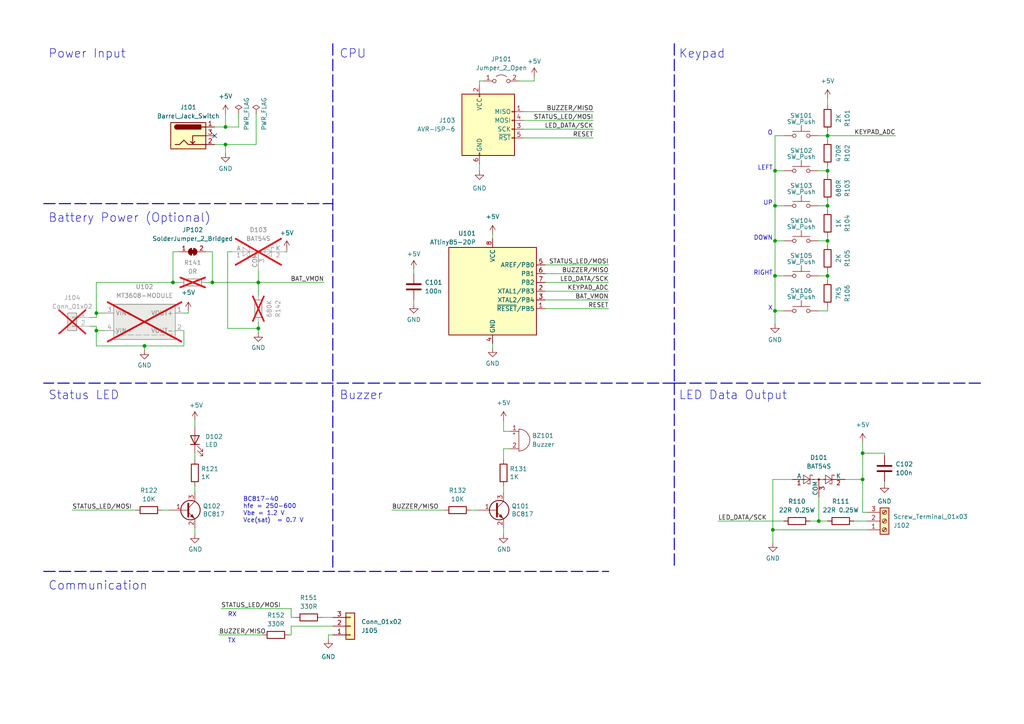
<source format=kicad_sch>
(kicad_sch (version 20230121) (generator eeschema)
  (paper "A4")
  (title_block (title "ATtiny85 LED Controller") (date "2024-01-01") (company "Stefan Misik") (comment 1 "www.stefanmisik.com"))
  (lib_symbols
    (symbol "Connector:AVR-ISP-6" (pin_names (offset 1.016))
      (property "Reference" "J" (at -6.35 11.43 0))
      (property "Value" "AVR-ISP-6" (at 0 11.43 0))
      (symbol "AVR-ISP-6_0_1"
        (rectangle (start -2.667 -6.858) (end -2.413 -7.62))
        (rectangle (start -2.667 10.16) (end -2.413 9.398))
        (rectangle (start 7.62 -2.413) (end 6.858 -2.667))
        (rectangle (start 7.62 0.127) (end 6.858 -0.127))
        (rectangle (start 7.62 2.667) (end 6.858 2.413))
        (rectangle (start 7.62 5.207) (end 6.858 4.953))
        (rectangle (start 7.62 10.16) (end -7.62 -7.62) (stroke (width 0.254)) (fill (type background)))
      )
      (symbol "AVR-ISP-6_1_1"
        (pin passive line (at 10.16 5.08 180) (length 2.54) (name "MISO") (number "1"))
        (pin passive line (at -2.54 12.7 270) (length 2.54) (name "VCC") (number "2"))
        (pin passive line (at 10.16 0 180) (length 2.54) (name "SCK") (number "3"))
        (pin passive line (at 10.16 2.54 180) (length 2.54) (name "MOSI") (number "4"))
        (pin passive line (at 10.16 -2.54 180) (length 2.54) (name "~{RST}") (number "5"))
        (pin passive line (at -2.54 -10.16 90) (length 2.54) (name "GND") (number "6"))
      )
    )
    (symbol "Connector:Barrel_Jack_Switch" (pin_names hide)
      (property "Reference" "J" (at 0 5.334 0))
      (property "Value" "Barrel_Jack_Switch" (at 0 -5.08 0))
      (symbol "Barrel_Jack_Switch_0_1"
        (rectangle (start -5.08 3.81) (end 5.08 -3.81) (stroke (width 0.254)) (fill (type background)))
        (arc (start -3.302 3.175) (mid -3.9343 2.54) (end -3.302 1.905) (stroke (width 0.254)))
        (arc (start -3.302 3.175) (mid -3.9343 2.54) (end -3.302 1.905) (stroke (width 0.254)) (fill (type outline)))
        (polyline (pts (xy 1.27 -2.286) (xy 1.905 -1.651)) (stroke (width 0.254)))
        (polyline (pts (xy 5.08 2.54) (xy 3.81 2.54)) (stroke (width 0.254)))
        (polyline (pts (xy 5.08 0) (xy 1.27 0) (xy 1.27 -2.286) (xy 0.635 -1.651)) (stroke (width 0.254)))
        (polyline (pts (xy -3.81 -2.54) (xy -2.54 -2.54) (xy -1.27 -1.27) (xy 0 -2.54) (xy 2.54 -2.54) (xy 5.08 -2.54)) (stroke (width 0.254)))
        (rectangle (start 3.683 3.175) (end -3.302 1.905) (stroke (width 0.254)) (fill (type outline)))
      )
      (symbol "Barrel_Jack_Switch_1_1"
        (pin passive line (at 7.62 2.54 180) (length 2.54) (name "~") (number "1"))
        (pin passive line (at 7.62 -2.54 180) (length 2.54) (name "~") (number "2"))
        (pin passive line (at 7.62 0 180) (length 2.54) (name "~") (number "3"))
      )
    )
    (symbol "Connector:Screw_Terminal_01x03" (pin_names (offset 1.016) hide)
      (property "Reference" "J" (at 0 5.08 0))
      (property "Value" "Screw_Terminal_01x03" (at 0 -5.08 0))
      (symbol "Screw_Terminal_01x03_1_1"
        (rectangle (start -1.27 3.81) (end 1.27 -3.81) (stroke (width 0.254)) (fill (type background)))
        (circle (center 0 -2.54) (radius 0.635) (stroke (width 0.1524)))
        (polyline (pts (xy -0.5334 -2.2098) (xy 0.3302 -3.048)) (stroke (width 0.1524)))
        (polyline (pts (xy -0.5334 0.3302) (xy 0.3302 -0.508)) (stroke (width 0.1524)))
        (polyline (pts (xy -0.5334 2.8702) (xy 0.3302 2.032)) (stroke (width 0.1524)))
        (polyline (pts (xy -0.3556 -2.032) (xy 0.508 -2.8702)) (stroke (width 0.1524)))
        (polyline (pts (xy -0.3556 0.508) (xy 0.508 -0.3302)) (stroke (width 0.1524)))
        (polyline (pts (xy -0.3556 3.048) (xy 0.508 2.2098)) (stroke (width 0.1524)))
        (circle (center 0 0) (radius 0.635) (stroke (width 0.1524)))
        (circle (center 0 2.54) (radius 0.635) (stroke (width 0.1524)))
        (pin passive line (at -5.08 2.54 0) (length 3.81) (name "Pin_1") (number "1"))
        (pin passive line (at -5.08 0 0) (length 3.81) (name "Pin_2") (number "2"))
        (pin passive line (at -5.08 -2.54 0) (length 3.81) (name "Pin_3") (number "3"))
      )
    )
    (symbol "Connector_Generic:Conn_01x02" (pin_names (offset 1.016) hide)
      (property "Reference" "J" (at 0 2.54 0))
      (property "Value" "Conn_01x02" (at 0 -5.08 0))
      (symbol "Conn_01x02_1_1"
        (rectangle (start -1.27 -2.413) (end 0 -2.667) (stroke (width 0.1524)))
        (rectangle (start -1.27 0.127) (end 0 -0.127) (stroke (width 0.1524)))
        (rectangle (start -1.27 1.27) (end 1.27 -3.81) (stroke (width 0.254)) (fill (type background)))
        (pin passive line (at -5.08 0 0) (length 3.81) (name "Pin_1") (number "1"))
        (pin passive line (at -5.08 -2.54 0) (length 3.81) (name "Pin_2") (number "2"))
      )
    )
    (symbol "Connector_Generic:Conn_01x03" (pin_names (offset 1.016) hide)
      (property "Reference" "J" (at 0 5.08 0))
      (property "Value" "Conn_01x03" (at 0 -5.08 0))
      (symbol "Conn_01x03_1_1"
        (rectangle (start -1.27 -2.413) (end 0 -2.667) (stroke (width 0.1524)))
        (rectangle (start -1.27 0.127) (end 0 -0.127) (stroke (width 0.1524)))
        (rectangle (start -1.27 2.667) (end 0 2.413) (stroke (width 0.1524)))
        (rectangle (start -1.27 3.81) (end 1.27 -3.81) (stroke (width 0.254)) (fill (type background)))
        (pin passive line (at -5.08 2.54 0) (length 3.81) (name "Pin_1") (number "1"))
        (pin passive line (at -5.08 0 0) (length 3.81) (name "Pin_2") (number "2"))
        (pin passive line (at -5.08 -2.54 0) (length 3.81) (name "Pin_3") (number "3"))
      )
    )
    (symbol "Device:Buzzer" (pin_names (offset 0.0254) hide)
      (property "Reference" "BZ" (at 3.81 1.27 0))
      (property "Value" "Buzzer" (at 3.81 -1.27 0))
      (symbol "Buzzer_0_1"
        (arc (start 0 -3.175) (mid 3.1612 0) (end 0 3.175))
        (polyline (pts (xy -1.651 1.905) (xy -1.143 1.905)))
        (polyline (pts (xy -1.397 2.159) (xy -1.397 1.651)))
        (polyline (pts (xy 0 3.175) (xy 0 -3.175)))
      )
      (symbol "Buzzer_1_1"
        (pin passive line (at -2.54 2.54 0) (length 2.54) (name "+") (number "1"))
        (pin passive line (at -2.54 -2.54 0) (length 2.54) (name "-") (number "2"))
      )
    )
    (symbol "Device:C" (pin_numbers hide) (pin_names (offset 0.254))
      (property "Reference" "C" (at 0.635 2.54 0))
      (property "Value" "C" (at 0.635 -2.54 0))
      (symbol "C_0_1"
        (polyline (pts (xy -2.032 -0.762) (xy 2.032 -0.762)) (stroke (width 0.508)))
        (polyline (pts (xy -2.032 0.762) (xy 2.032 0.762)) (stroke (width 0.508)))
      )
      (symbol "C_1_1"
        (pin passive line (at 0 3.81 270) (length 2.794) (name "~") (number "1"))
        (pin passive line (at 0 -3.81 90) (length 2.794) (name "~") (number "2"))
      )
    )
    (symbol "Device:LED" (pin_numbers hide) (pin_names (offset 1.016) hide)
      (property "Reference" "D" (at 0 2.54 0))
      (property "Value" "LED" (at 0 -2.54 0))
      (symbol "LED_0_1"
        (polyline (pts (xy -1.27 -1.27) (xy -1.27 1.27)) (stroke (width 0.254)))
        (polyline (pts (xy -1.27 0) (xy 1.27 0)))
        (polyline (pts (xy 1.27 -1.27) (xy 1.27 1.27) (xy -1.27 0) (xy 1.27 -1.27)) (stroke (width 0.254)))
        (polyline (pts (xy -3.048 -0.762) (xy -4.572 -2.286) (xy -3.81 -2.286) (xy -4.572 -2.286) (xy -4.572 -1.524)))
        (polyline (pts (xy -1.778 -0.762) (xy -3.302 -2.286) (xy -2.54 -2.286) (xy -3.302 -2.286) (xy -3.302 -1.524)))
      )
      (symbol "LED_1_1"
        (pin passive line (at -3.81 0 0) (length 2.54) (name "K") (number "1"))
        (pin passive line (at 3.81 0 180) (length 2.54) (name "A") (number "2"))
      )
    )
    (symbol "Device:Q_NPN_BEC" (pin_names (offset 0) hide)
      (property "Reference" "Q" (at 5.08 1.27 0))
      (property "Value" "Q_NPN_BEC" (at 5.08 -1.27 0))
      (symbol "Q_NPN_BEC_0_1"
        (polyline (pts (xy 0.635 0.635) (xy 2.54 2.54)))
        (polyline (pts (xy 0.635 -0.635) (xy 2.54 -2.54) (xy 2.54 -2.54)))
        (polyline (pts (xy 0.635 1.905) (xy 0.635 -1.905) (xy 0.635 -1.905)) (stroke (width 0.508)))
        (polyline (pts (xy 1.27 -1.778) (xy 1.778 -1.27) (xy 2.286 -2.286) (xy 1.27 -1.778) (xy 1.27 -1.778)) (fill (type outline)))
        (circle (center 1.27 0) (radius 2.8194) (stroke (width 0.254)))
      )
      (symbol "Q_NPN_BEC_1_1"
        (pin input line (at -5.08 0 0) (length 5.715) (name "B") (number "1"))
        (pin passive line (at 2.54 -5.08 90) (length 2.54) (name "E") (number "2"))
        (pin passive line (at 2.54 5.08 270) (length 2.54) (name "C") (number "3"))
      )
    )
    (symbol "Device:R" (pin_numbers hide) (pin_names (offset 0))
      (property "Reference" "R" (at 2.032 0 90))
      (property "Value" "R" (at 0 0 90))
      (symbol "R_0_1"
        (rectangle (start -1.016 -2.54) (end 1.016 2.54) (stroke (width 0.254)))
      )
      (symbol "R_1_1"
        (pin passive line (at 0 3.81 270) (length 1.27) (name "~") (number "1"))
        (pin passive line (at 0 -3.81 90) (length 1.27) (name "~") (number "2"))
      )
    )
    (symbol "Diode:BAT54S" (pin_names (offset 0))
      (property "Reference" "D" (at 2.54 -5.08 0))
      (property "Value" "BAT54S" (at -6.35 3.175 0))
      (symbol "BAT54S_0_1"
        (polyline (pts (xy -3.81 0) (xy -1.27 0)))
        (polyline (pts (xy -3.175 -1.27) (xy -3.175 -1.016)))
        (polyline (pts (xy -2.54 -1.27) (xy -3.175 -1.27)))
        (polyline (pts (xy -2.54 -1.27) (xy -2.54 1.27)))
        (polyline (pts (xy -2.54 1.27) (xy -1.905 1.27)))
        (polyline (pts (xy -1.905 0) (xy 1.905 0)))
        (polyline (pts (xy -1.905 1.27) (xy -1.905 1.016)))
        (polyline (pts (xy 1.27 0) (xy 3.81 0)))
        (polyline (pts (xy 3.175 -1.27) (xy 3.175 -1.016)))
        (polyline (pts (xy 3.81 -1.27) (xy 3.175 -1.27)))
        (polyline (pts (xy 3.81 -1.27) (xy 3.81 1.27)))
        (polyline (pts (xy 3.81 1.27) (xy 4.445 1.27)))
        (polyline (pts (xy 4.445 1.27) (xy 4.445 1.016)))
        (polyline (pts (xy -4.445 1.27) (xy -4.445 -1.27) (xy -2.54 0) (xy -4.445 1.27)))
        (polyline (pts (xy 1.905 1.27) (xy 1.905 -1.27) (xy 3.81 0) (xy 1.905 1.27)))
        (circle (center 0 0) (radius 0.254) (fill (type outline)))
      )
      (symbol "BAT54S_1_1"
        (pin passive line (at -7.62 0 0) (length 3.81) (name "A") (number "1"))
        (pin passive line (at 7.62 0 180) (length 3.81) (name "K") (number "2"))
        (pin passive line (at 0 -5.08 90) (length 5.08) (name "COM") (number "3"))
      )
    )
    (symbol "Jumper:Jumper_2_Open" (pin_names (offset 0) hide)
      (property "Reference" "JP" (at 0 2.794 0))
      (property "Value" "Jumper_2_Open" (at 0 -2.286 0))
      (symbol "Jumper_2_Open_0_0"
        (circle (center -2.032 0) (radius 0.508))
        (circle (center 2.032 0) (radius 0.508))
      )
      (symbol "Jumper_2_Open_0_1"
        (arc (start 1.524 1.27) (mid 0 1.778) (end -1.524 1.27))
      )
      (symbol "Jumper_2_Open_1_1"
        (pin passive line (at -5.08 0 0) (length 2.54) (name "A") (number "1"))
        (pin passive line (at 5.08 0 180) (length 2.54) (name "B") (number "2"))
      )
    )
    (symbol "Jumper:SolderJumper_2_Bridged" (pin_names (offset 0) hide)
      (property "Reference" "JP" (at 0 2.032 0))
      (property "Value" "SolderJumper_2_Bridged" (at 0 -2.54 0))
      (symbol "SolderJumper_2_Bridged_0_1"
        (rectangle (start -0.508 0.508) (end 0.508 -0.508) (fill (type outline)))
        (arc (start -0.254 1.016) (mid -1.2656 0) (end -0.254 -1.016))
        (arc (start -0.254 1.016) (mid -1.2656 0) (end -0.254 -1.016) (fill (type outline)))
        (polyline (pts (xy -0.254 1.016) (xy -0.254 -1.016)))
        (polyline (pts (xy 0.254 1.016) (xy 0.254 -1.016)))
        (arc (start 0.254 -1.016) (mid 1.2656 0) (end 0.254 1.016))
        (arc (start 0.254 -1.016) (mid 1.2656 0) (end 0.254 1.016) (fill (type outline)))
      )
      (symbol "SolderJumper_2_Bridged_1_1"
        (pin passive line (at -3.81 0 0) (length 2.54) (name "A") (number "1"))
        (pin passive line (at 3.81 0 180) (length 2.54) (name "B") (number "2"))
      )
    )
    (symbol "MCU_Microchip_ATtiny:ATtiny85-20P"
      (property "Reference" "U" (at -12.7 13.97 0))
      (property "Value" "ATtiny85-20P" (at 2.54 -13.97 0))
      (symbol "ATtiny85-20P_0_1"
        (rectangle (start -12.7 -12.7) (end 12.7 12.7) (stroke (width 0.254)) (fill (type background)))
      )
      (symbol "ATtiny85-20P_1_1"
        (pin bidirectional line (at 15.24 -5.08 180) (length 2.54) (name "~{RESET}/PB5") (number "1"))
        (pin bidirectional line (at 15.24 0 180) (length 2.54) (name "XTAL1/PB3") (number "2"))
        (pin bidirectional line (at 15.24 -2.54 180) (length 2.54) (name "XTAL2/PB4") (number "3"))
        (pin power_in line (at 0 -15.24 90) (length 2.54) (name "GND") (number "4"))
        (pin bidirectional line (at 15.24 7.62 180) (length 2.54) (name "AREF/PB0") (number "5"))
        (pin bidirectional line (at 15.24 5.08 180) (length 2.54) (name "PB1") (number "6"))
        (pin bidirectional line (at 15.24 2.54 180) (length 2.54) (name "PB2") (number "7"))
        (pin power_in line (at 0 15.24 270) (length 2.54) (name "VCC") (number "8"))
      )
    )
    (symbol "Switch:SW_Push" (pin_numbers hide) (pin_names (offset 1.016) hide)
      (property "Reference" "SW" (at 1.27 2.54 0))
      (property "Value" "SW_Push" (at 0 -1.524 0))
      (symbol "SW_Push_0_1"
        (circle (center -2.032 0) (radius 0.508))
        (polyline (pts (xy 0 1.27) (xy 0 3.048)))
        (polyline (pts (xy 2.54 1.27) (xy -2.54 1.27)))
        (circle (center 2.032 0) (radius 0.508))
        (pin passive line (at -5.08 0 0) (length 2.54) (name "1") (number "1"))
        (pin passive line (at 5.08 0 180) (length 2.54) (name "2") (number "2"))
      )
    )
    (symbol "power:+5V" (power) (pin_names (offset 0))
      (property "Value" "+5V" (at 0 3.556 0))
      (symbol "+5V_0_1"
        (polyline (pts (xy -0.762 1.27) (xy 0 2.54)))
        (polyline (pts (xy 0 0) (xy 0 2.54)))
        (polyline (pts (xy 0 2.54) (xy 0.762 1.27)))
      )
      (symbol "+5V_1_1"
        (pin power_in line (at 0 0 90) (length 0) hide (name "+5V") (number "1"))
      )
    )
    (symbol "power:GND" (power) (pin_names (offset 0))
      (property "Value" "GND" (at 0 -3.81 0))
      (symbol "GND_0_1"
        (polyline (pts (xy 0 0) (xy 0 -1.27) (xy 1.27 -1.27) (xy 0 -2.54) (xy -1.27 -1.27) (xy 0 -1.27)))
      )
      (symbol "GND_1_1"
        (pin power_in line (at 0 0 270) (length 0) hide (name "GND") (number "1"))
      )
    )
    (symbol "power:PWR_FLAG" (power) (pin_numbers hide) (pin_names (offset 0) hide)
      (property "Value" "PWR_FLAG" (at 0 3.81 0))
      (symbol "PWR_FLAG_0_0"
        (pin power_out line (at 0 0 90) (length 0) (name "pwr") (number "1"))
      )
      (symbol "PWR_FLAG_0_1"
        (polyline (pts (xy 0 0) (xy 0 1.27) (xy -1.016 1.905) (xy 0 2.54) (xy 1.016 1.905) (xy 0 1.27)))
      )
    )
    (symbol "project-specific:mt3608-module"
      (property "Reference" "U" (at -3.81 2.54 0))
      (property "Value" "MT3608-MODULE" (at 0 0 0))
      (symbol "mt3608-module_0_1"
        (rectangle (start -8.89 -1.27) (end 8.89 -11.43) (stroke (width 0.254)) (fill (type background)))
      )
      (symbol "mt3608-module_1_1"
        (polyline (pts (xy 8.89 -8.89) (xy 7.62 -10.16) (xy -7.62 -10.16) (xy -8.89 -8.89)) (stroke (width 0) (type dash)))
        (pin passive line (at -11.43 -3.81 0) (length 2.54) (name "VOUT+") (number "1"))
        (pin passive line (at -11.43 -8.89 0) (length 2.54) (name "VOUT-") (number "2"))
        (pin passive line (at 11.43 -3.81 180) (length 2.54) (name "VIN+") (number "3"))
        (pin passive line (at 11.43 -8.89 180) (length 2.54) (name "VIN-") (number "4"))
      )
    )
  )
  (junction (at 61.595 81.915))
  (junction (at 237.49 151.13))
  (junction (at 41.91 100.33))
  (junction (at 27.94 90.805))
  (junction (at 74.93 81.915))
  (junction (at 74.93 95.25))
  (junction (at 224.79 59.69))
  (junction (at 27.94 95.885))
  (junction (at 240.03 80.01))
  (junction (at 65.405 41.91))
  (junction (at 224.79 90.17))
  (junction (at 240.03 69.85))
  (junction (at 250.19 131.445))
  (junction (at 240.03 59.69))
  (junction (at 224.155 153.67))
  (junction (at 224.79 69.85))
  (junction (at 65.405 36.83))
  (junction (at 224.79 49.53))
  (junction (at 240.03 39.37))
  (junction (at 224.79 80.01))
  (junction (at 240.03 49.53))
  (junction (at 50.165 81.915))
  (junction (at 250.19 139.065))
  (no_connect (at 62.23 39.37))
  (wire (pts (xy 146.05 142.875) (xy 146.05 140.97)))
  (wire (pts (xy 53.34 90.805) (xy 54.61 90.805)))
  (wire (pts (xy 27.94 81.915) (xy 50.165 81.915)))
  (wire (pts (xy 245.11 139.065) (xy 250.19 139.065)))
  (wire (pts (xy 234.95 151.13) (xy 237.49 151.13)))
  (wire (pts (xy 224.79 59.69) (xy 224.79 69.85)))
  (wire (pts (xy 224.155 153.67) (xy 224.155 139.065)))
  (wire (pts (xy 113.665 147.955) (xy 128.905 147.955)))
  (wire (pts (xy 84.455 184.15) (xy 84.455 181.61)))
  (wire (pts (xy 142.875 67.945) (xy 142.875 69.215)))
  (wire (pts (xy 154.94 23.495) (xy 150.495 23.495)))
  (wire (pts (xy 224.79 49.53) (xy 227.33 49.53)))
  (wire (pts (xy 237.49 151.13) (xy 240.03 151.13)))
  (wire (pts (xy 65.405 36.83) (xy 69.215 36.83)))
  (wire (pts (xy 224.155 157.48) (xy 224.155 153.67)))
  (wire (pts (xy 56.515 131.445) (xy 56.515 133.35)))
  (wire (pts (xy 176.53 84.455) (xy 158.115 84.455)))
  (wire (pts (xy 65.405 41.91) (xy 62.23 41.91)))
  (wire (pts (xy 50.165 81.915) (xy 52.07 81.915)))
  (wire (pts (xy 240.03 71.12) (xy 240.03 69.85)))
  (wire (pts (xy 95.25 184.15) (xy 96.52 184.15)))
  (wire (pts (xy 240.03 90.17) (xy 240.03 88.9)))
  (wire (pts (xy 74.93 81.915) (xy 93.98 81.915)))
  (wire (pts (xy 27.94 100.33) (xy 41.91 100.33)))
  (wire (pts (xy 41.91 101.6) (xy 41.91 100.33)))
  (wire (pts (xy 66.04 73.025) (xy 66.04 95.25)))
  (wire (pts (xy 176.53 86.995) (xy 158.115 86.995)))
  (wire (pts (xy 237.49 144.145) (xy 237.49 151.13)))
  (wire (pts (xy 27.94 92.075) (xy 27.94 90.805)))
  (wire (pts (xy 59.69 81.915) (xy 61.595 81.915)))
  (wire (pts (xy 240.03 78.74) (xy 240.03 80.01)))
  (wire (pts (xy 247.65 151.13) (xy 251.46 151.13)))
  (wire (pts (xy 146.05 121.92) (xy 146.05 125.095)))
  (wire (pts (xy 172.085 34.925) (xy 151.765 34.925)))
  (wire (pts (xy 142.875 99.695) (xy 142.875 100.965)))
  (wire (pts (xy 27.94 94.615) (xy 27.94 95.885)))
  (wire (pts (xy 53.34 100.33) (xy 53.34 95.885)))
  (wire (pts (xy 240.03 39.37) (xy 259.715 39.37)))
  (wire (pts (xy 93.345 179.07) (xy 96.52 179.07)))
  (wire (pts (xy 172.085 32.385) (xy 151.765 32.385)))
  (wire (pts (xy 237.49 39.37) (xy 240.03 39.37)))
  (polyline (pts (xy 96.52 12.7) (xy 96.52 165.735)) (stroke (width 0.3) (type dash)))
  (wire (pts (xy 250.19 148.59) (xy 251.46 148.59)))
  (wire (pts (xy 74.93 81.915) (xy 74.93 85.725)))
  (wire (pts (xy 56.515 121.92) (xy 56.515 123.825)))
  (wire (pts (xy 240.03 49.53) (xy 240.03 50.8)))
  (wire (pts (xy 240.03 69.85) (xy 240.03 68.58)))
  (wire (pts (xy 176.53 76.835) (xy 158.115 76.835)))
  (wire (pts (xy 83.185 72.39) (xy 83.185 73.025)))
  (wire (pts (xy 224.155 139.065) (xy 229.87 139.065)))
  (wire (pts (xy 61.595 73.025) (xy 61.595 81.915)))
  (wire (pts (xy 54.61 90.805) (xy 54.61 90.17)))
  (wire (pts (xy 64.135 176.53) (xy 84.455 176.53)))
  (polyline (pts (xy 195.58 12.7) (xy 195.58 111.125)) (stroke (width 0.3) (type dash)))
  (wire (pts (xy 250.19 139.065) (xy 250.19 148.59)))
  (wire (pts (xy 240.03 58.42) (xy 240.03 59.69)))
  (wire (pts (xy 158.115 89.535) (xy 176.53 89.535)))
  (wire (pts (xy 50.165 73.025) (xy 50.165 81.915)))
  (wire (pts (xy 240.03 48.26) (xy 240.03 49.53)))
  (wire (pts (xy 20.955 147.955) (xy 39.37 147.955)))
  (wire (pts (xy 27.94 90.805) (xy 27.94 81.915)))
  (wire (pts (xy 84.455 181.61) (xy 96.52 181.61)))
  (wire (pts (xy 66.04 73.025) (xy 67.31 73.025)))
  (wire (pts (xy 240.03 40.64) (xy 240.03 39.37)))
  (wire (pts (xy 250.19 128.27) (xy 250.19 131.445)))
  (wire (pts (xy 27.94 94.615) (xy 26.035 94.615)))
  (wire (pts (xy 27.94 95.885) (xy 30.48 95.885)))
  (wire (pts (xy 56.515 153.035) (xy 56.515 154.94)))
  (wire (pts (xy 256.54 140.335) (xy 256.54 139.7)))
  (wire (pts (xy 240.03 28.575) (xy 240.03 30.48)))
  (wire (pts (xy 224.79 80.01) (xy 227.33 80.01)))
  (wire (pts (xy 224.79 49.53) (xy 224.79 59.69)))
  (wire (pts (xy 65.405 36.83) (xy 65.405 33.02)))
  (wire (pts (xy 256.54 131.445) (xy 250.19 131.445)))
  (polyline (pts (xy 12.7 59.055) (xy 96.52 59.055)) (stroke (width 0.3) (type dash)))
  (wire (pts (xy 83.82 184.15) (xy 84.455 184.15)))
  (wire (pts (xy 66.04 95.25) (xy 74.93 95.25)))
  (wire (pts (xy 65.405 44.45) (xy 65.405 41.91)))
  (wire (pts (xy 237.49 90.17) (xy 240.03 90.17)))
  (wire (pts (xy 74.93 93.345) (xy 74.93 95.25)))
  (wire (pts (xy 172.085 40.005) (xy 151.765 40.005)))
  (wire (pts (xy 63.5 184.15) (xy 76.2 184.15)))
  (wire (pts (xy 256.54 132.08) (xy 256.54 131.445)))
  (wire (pts (xy 74.93 95.25) (xy 74.93 96.52)))
  (wire (pts (xy 84.455 179.07) (xy 84.455 176.53)))
  (wire (pts (xy 62.23 36.83) (xy 65.405 36.83)))
  (wire (pts (xy 140.335 23.495) (xy 139.065 23.495)))
  (wire (pts (xy 237.49 69.85) (xy 240.03 69.85)))
  (wire (pts (xy 208.28 151.13) (xy 227.33 151.13)))
  (wire (pts (xy 27.94 90.805) (xy 30.48 90.805)))
  (wire (pts (xy 120.015 78.105) (xy 120.015 79.375)))
  (wire (pts (xy 41.91 100.33) (xy 53.34 100.33)))
  (wire (pts (xy 224.79 93.98) (xy 224.79 90.17)))
  (wire (pts (xy 146.05 153.035) (xy 146.05 154.94)))
  (wire (pts (xy 56.515 142.875) (xy 56.515 140.97)))
  (wire (pts (xy 224.79 69.85) (xy 224.79 80.01)))
  (wire (pts (xy 240.03 38.1) (xy 240.03 39.37)))
  (wire (pts (xy 26.035 92.075) (xy 27.94 92.075)))
  (wire (pts (xy 46.99 147.955) (xy 48.895 147.955)))
  (wire (pts (xy 52.07 73.025) (xy 50.165 73.025)))
  (polyline (pts (xy 195.58 111.125) (xy 12.7 111.125)) (stroke (width 0.3) (type dash)))
  (wire (pts (xy 95.25 185.42) (xy 95.25 184.15)))
  (wire (pts (xy 237.49 59.69) (xy 240.03 59.69)))
  (wire (pts (xy 176.53 79.375) (xy 158.115 79.375)))
  (wire (pts (xy 69.215 36.83) (xy 69.215 33.02)))
  (wire (pts (xy 224.155 153.67) (xy 251.46 153.67)))
  (wire (pts (xy 27.94 95.885) (xy 27.94 100.33)))
  (wire (pts (xy 74.93 81.915) (xy 74.93 78.105)))
  (wire (pts (xy 224.79 69.85) (xy 227.33 69.85)))
  (wire (pts (xy 154.94 22.225) (xy 154.94 23.495)))
  (wire (pts (xy 74.295 33.02) (xy 74.295 41.91)))
  (polyline (pts (xy 195.58 111.125) (xy 195.58 165.1)) (stroke (width 0.3) (type dash)))
  (wire (pts (xy 61.595 81.915) (xy 74.93 81.915)))
  (wire (pts (xy 224.79 39.37) (xy 224.79 49.53)))
  (wire (pts (xy 224.79 39.37) (xy 227.33 39.37)))
  (wire (pts (xy 237.49 49.53) (xy 240.03 49.53)))
  (wire (pts (xy 139.065 47.625) (xy 139.065 49.53)))
  (wire (pts (xy 83.185 73.025) (xy 82.55 73.025)))
  (wire (pts (xy 224.79 59.69) (xy 227.33 59.69)))
  (wire (pts (xy 224.79 80.01) (xy 224.79 90.17)))
  (wire (pts (xy 237.49 80.01) (xy 240.03 80.01)))
  (wire (pts (xy 59.69 73.025) (xy 61.595 73.025)))
  (wire (pts (xy 240.03 81.28) (xy 240.03 80.01)))
  (wire (pts (xy 120.015 88.265) (xy 120.015 86.995)))
  (wire (pts (xy 146.05 125.095) (xy 147.955 125.095)))
  (polyline (pts (xy 12.7 165.735) (xy 176.53 165.735)) (stroke (width 0.3) (type dash)))
  (wire (pts (xy 136.525 147.955) (xy 138.43 147.955)))
  (wire (pts (xy 224.79 90.17) (xy 227.33 90.17)))
  (wire (pts (xy 172.085 37.465) (xy 151.765 37.465)))
  (wire (pts (xy 85.725 179.07) (xy 84.455 179.07)))
  (wire (pts (xy 240.03 59.69) (xy 240.03 60.96)))
  (wire (pts (xy 146.05 130.175) (xy 147.955 130.175)))
  (wire (pts (xy 146.05 133.35) (xy 146.05 130.175)))
  (wire (pts (xy 176.53 81.915) (xy 158.115 81.915)))
  (wire (pts (xy 139.065 23.495) (xy 139.065 24.765)))
  (wire (pts (xy 250.19 131.445) (xy 250.19 139.065)))
  (wire (pts (xy 74.295 41.91) (xy 65.405 41.91)))
  (polyline (pts (xy 195.58 111.125) (xy 284.48 111.125)) (stroke (width 0.3) (type dash)))
  (text "CPU" (at 98.425 17.145 0) (effects (font (size 2.5 2.5)) (justify left bottom)))
  (text "LED Data Output" (at 196.85 116.205 0) (effects (font (size 2.5 2.5)) (justify left bottom)))
  (text "RIGHT" (at 224.155 80.01 0) (effects (font (size 1.27 1.27)) (justify right bottom)))
  (text "Battery Power (Optional)" (at 13.97 64.77 0) (effects (font (size 2.5 2.5)) (justify left bottom)))
  (text "X" (at 224.155 90.17 0) (effects (font (size 1.27 1.27)) (justify right bottom)))
  (text "LEFT" (at 224.155 49.53 0) (effects (font (size 1.27 1.27)) (justify right bottom)))
  (text "UP" (at 224.155 59.69 0) (effects (font (size 1.27 1.27)) (justify right bottom)))
  (text "RX" (at 66.04 179.07 0) (effects (font (size 1.27 1.27)) (justify left bottom)))
  (text "Keypad" (at 196.85 17.145 0) (effects (font (size 2.5 2.5)) (justify left bottom)))
  (text "O" (at 224.155 39.37 0) (effects (font (size 1.27 1.27)) (justify right bottom)))
  (text "BC817-40\nhfe = 250-600\nVbe = 1.2 V\nVce(sat)  = 0.7 V" (at 70.485 151.765 0) (effects (font (size 1.27 1.27)) (justify left bottom)))
  (text "TX" (at 66.04 186.69 0) (effects (font (size 1.27 1.27)) (justify left bottom)))
  (text "DOWN" (at 224.155 69.85 0) (effects (font (size 1.27 1.27)) (justify right bottom)))
  (text "Buzzer" (at 98.425 116.205 0) (effects (font (size 2.5 2.5)) (justify left bottom)))
  (text "Status LED" (at 13.97 116.205 0) (effects (font (size 2.5 2.5)) (justify left bottom)))
  (text "Communication" (at 13.97 171.45 0) (effects (font (size 2.5 2.5)) (justify left bottom)))
  (text "Power Input" (at 13.97 17.145 0) (effects (font (size 2.5 2.5)) (justify left bottom)))
  (label "LED_DATA{slash}SCK" (at 208.28 151.13 0))
  (label "BUZZER{slash}MISO" (at 172.085 32.385 180))
  (label "LED_DATA{slash}SCK" (at 172.085 37.465 180))
  (label "BUZZER{slash}MISO" (at 63.5 184.15 0))
  (label "BAT_VMON" (at 176.53 86.995 180))
  (label "RESET" (at 176.53 89.535 180))
  (label "STATUS_LED{slash}MOSI" (at 172.085 34.925 180))
  (label "BUZZER{slash}MISO" (at 176.53 79.375 180))
  (label "BUZZER{slash}MISO" (at 113.665 147.955 0))
  (label "RESET" (at 172.085 40.005 180))
  (label "KEYPAD_ADC" (at 259.715 39.37 180))
  (label "STATUS_LED{slash}MOSI" (at 64.135 176.53 0))
  (label "KEYPAD_ADC" (at 176.53 84.455 180))
  (label "STATUS_LED{slash}MOSI" (at 20.955 147.955 0))
  (label "BAT_VMON" (at 93.98 81.915 180))
  (label "STATUS_LED{slash}MOSI" (at 176.53 76.835 180))
  (label "LED_DATA{slash}SCK" (at 176.53 81.915 180))
  (symbol (lib_id "power:+5V") (at 54.61 90.17 0) (unit 1)
    (property "Reference" "#PWR0119" (effects hide))
    (property "Value" "+5V" (at 54.61 84.836 0))
  )
  (symbol (lib_id "Jumper:SolderJumper_2_Bridged") (at 55.88 73.025 0) (unit 1)
    (property "Reference" "JP102" (at 55.88 66.675 0))
    (property "Value" "SolderJumper_2_Bridged" (at 55.88 69.215 0))
    (property "Footprint" "Jumper:SolderJumper-2_P1.3mm_Bridged_RoundedPad1.0x1.5mm" (effects hide))
  )
  (symbol (lib_id "Connector:Screw_Terminal_01x03") (at 256.54 151.13 0) (mirror x) (unit 1)
    (property "Reference" "J102" (at 259.08 152.4 0) (effects (justify left)))
    (property "Value" "Screw_Terminal_01x03" (at 259.08 149.86 0) (effects (justify left)))
    (property "Footprint" "TerminalBlock_Phoenix:TerminalBlock_Phoenix_MKDS-1,5-3_1x03_P5.00mm_Horizontal" (effects hide))
  )
  (symbol (lib_id "Switch:SW_Push") (at 232.41 39.37 0) (unit 1)
    (property "Reference" "SW101" (at 232.41 33.528 0))
    (property "Value" "SW_Push" (at 232.41 35.306 0))
    (property "Footprint" "Button_Switch_THT:SW_PUSH_6mm" (effects hide))
  )
  (symbol (lib_id "Device:C") (at 256.54 135.89 0) (unit 1)
    (property "Reference" "C102" (at 259.715 134.62 0) (effects (justify left)))
    (property "Value" "100n" (at 259.715 137.16 0) (effects (justify left)))
    (property "Footprint" "Capacitor_SMD:C_0805_2012Metric_Pad1.18x1.45mm_HandSolder" (effects hide))
  )
  (symbol (lib_id "Device:R") (at 240.03 74.93 0) (unit 1)
    (property "Reference" "R105" (at 245.745 74.93 90))
    (property "Value" "2K" (at 243.205 74.93 90))
    (property "Footprint" "Resistor_SMD:R_0805_2012Metric_Pad1.20x1.40mm_HandSolder" (effects hide))
  )
  (symbol (lib_id "Device:R") (at 55.88 81.915 90) (unit 1) (dnp yes)
    (property "Reference" "R141" (at 55.88 76.2 90))
    (property "Value" "0R" (at 55.88 78.74 90))
    (property "Footprint" "Resistor_SMD:R_0805_2012Metric_Pad1.20x1.40mm_HandSolder" (effects hide))
  )
  (symbol (lib_id "Device:R") (at 43.18 147.955 90) (unit 1)
    (property "Reference" "R122" (at 43.18 142.24 90))
    (property "Value" "10K" (at 43.18 144.78 90))
    (property "Footprint" "Resistor_SMD:R_0805_2012Metric_Pad1.20x1.40mm_HandSolder" (effects hide))
  )
  (symbol (lib_id "Device:R") (at 243.84 151.13 90) (unit 1)
    (property "Reference" "R111" (at 243.84 145.415 90))
    (property "Value" "22R 0.25W" (at 243.84 147.955 90))
    (property "Footprint" "Resistor_SMD:R_1206_3216Metric_Pad1.30x1.75mm_HandSolder" (effects hide))
  )
  (symbol (lib_id "Device:Q_NPN_BEC") (at 143.51 147.955 0) (unit 1)
    (property "Reference" "Q101" (at 148.3614 146.7866 0) (effects (justify left)))
    (property "Value" "BC817" (at 148.3614 149.098 0) (effects (justify left)))
    (property "Footprint" "Package_TO_SOT_SMD:SOT-23_Handsoldering" (effects hide))
  )
  (symbol (lib_id "Device:R") (at 231.14 151.13 90) (unit 1)
    (property "Reference" "R110" (at 231.14 145.415 90))
    (property "Value" "22R 0.25W" (at 231.14 147.955 90))
    (property "Footprint" "Resistor_SMD:R_1206_3216Metric_Pad1.30x1.75mm_HandSolder" (effects hide))
  )
  (symbol (lib_id "Device:R") (at 89.535 179.07 90) (unit 1)
    (property "Reference" "R151" (at 89.535 173.355 90))
    (property "Value" "330R" (at 89.535 175.895 90))
    (property "Footprint" "Resistor_SMD:R_0805_2012Metric_Pad1.20x1.40mm_HandSolder" (effects hide))
  )
  (symbol (lib_id "Switch:SW_Push") (at 232.41 49.53 0) (unit 1)
    (property "Reference" "SW102" (at 232.41 43.688 0))
    (property "Value" "SW_Push" (at 232.41 45.466 0))
    (property "Footprint" "Button_Switch_THT:SW_PUSH_6mm" (effects hide))
  )
  (symbol (lib_id "power:+5V") (at 120.015 78.105 0) (unit 1)
    (property "Reference" "#PWR0110" (effects hide))
    (property "Value" "+5V" (at 120.015 73.66 0))
  )
  (symbol (lib_id "Device:R") (at 74.93 89.535 0) (unit 1) (dnp yes)
    (property "Reference" "R142" (at 80.645 89.535 90))
    (property "Value" "680K" (at 78.105 89.535 90))
    (property "Footprint" "Resistor_SMD:R_0805_2012Metric_Pad1.20x1.40mm_HandSolder" (effects hide))
  )
  (symbol (lib_id "Jumper:Jumper_2_Open") (at 145.415 23.495 0) (unit 1)
    (property "Reference" "JP101" (at 145.415 17.145 0))
    (property "Value" "Jumper_2_Open" (at 145.415 19.685 0))
    (property "Footprint" "Connector_PinHeader_2.54mm:PinHeader_1x02_P2.54mm_Vertical" (effects hide))
  )
  (symbol (lib_id "power:GND") (at 41.91 101.6 0) (unit 1)
    (property "Reference" "#PWR0118" (effects hide))
    (property "Value" "GND" (at 41.91 105.918 0))
  )
  (symbol (lib_id "Device:LED") (at 56.515 127.635 90) (unit 1)
    (property "Reference" "D102" (at 59.5122 126.6444 90) (effects (justify right)))
    (property "Value" "LED" (at 59.5122 128.9558 90) (effects (justify right)))
    (property "Footprint" "LED_SMD:LED_0805_2012Metric_Pad1.15x1.40mm_HandSolder" (effects hide))
  )
  (symbol (lib_id "Switch:SW_Push") (at 232.41 90.17 0) (unit 1)
    (property "Reference" "SW106" (at 232.41 84.328 0))
    (property "Value" "SW_Push" (at 232.41 86.106 0))
    (property "Footprint" "Button_Switch_THT:SW_PUSH_6mm" (effects hide))
  )
  (symbol (lib_id "Diode:BAT54S") (at 74.93 73.025 0) (unit 1) (dnp yes)
    (property "Reference" "D103" (at 74.93 66.675 0))
    (property "Value" "BAT54S" (at 74.93 69.215 0))
    (property "Footprint" "Package_TO_SOT_SMD:SOT-23" (effects hide))
    (property "Datasheet" "https://www.diodes.com/assets/Datasheets/ds11005.pdf" (effects hide))
  )
  (symbol (lib_id "power:GND") (at 74.93 96.52 0) (unit 1)
    (property "Reference" "#PWR0122" (effects hide))
    (property "Value" "GND" (at 74.93 100.838 0))
  )
  (symbol (lib_id "Device:R") (at 146.05 137.16 0) (unit 1)
    (property "Reference" "R131" (at 147.828 135.9916 0) (effects (justify left)))
    (property "Value" "1K" (at 147.828 138.303 0) (effects (justify left)))
    (property "Footprint" "Resistor_SMD:R_0805_2012Metric_Pad1.20x1.40mm_HandSolder" (effects hide))
  )
  (symbol (lib_id "Diode:BAT54S") (at 237.49 139.065 0) (unit 1)
    (property "Reference" "D101" (at 237.49 132.715 0))
    (property "Value" "BAT54S" (at 237.49 135.255 0))
    (property "Footprint" "Package_TO_SOT_SMD:SOT-23" (effects hide))
    (property "Datasheet" "https://www.diodes.com/assets/Datasheets/ds11005.pdf" (effects hide))
  )
  (symbol (lib_id "power:GND") (at 224.155 157.48 0) (unit 1)
    (property "Reference" "#PWR0108" (effects hide))
    (property "Value" "GND" (at 224.155 161.925 0))
  )
  (symbol (lib_id "Device:R") (at 132.715 147.955 90) (unit 1)
    (property "Reference" "R132" (at 132.715 142.24 90))
    (property "Value" "10K" (at 132.715 144.78 90))
    (property "Footprint" "Resistor_SMD:R_0805_2012Metric_Pad1.20x1.40mm_HandSolder" (effects hide))
  )
  (symbol (lib_id "MCU_Microchip_ATtiny:ATtiny85-20P") (at 142.875 84.455 0) (unit 1)
    (property "Reference" "U101" (at 138.049 67.691 0) (effects (justify right)))
    (property "Value" "ATtiny85-20P" (at 138.049 70.231 0) (effects (justify right)))
    (property "Footprint" "Package_DIP:DIP-8_W7.62mm" (effects hide))
    (property "Datasheet" "http://ww1.microchip.com/downloads/en/DeviceDoc/atmel-2586-avr-8-bit-microcontroller-attiny25-attiny45-attiny85_datasheet.pdf" (effects hide))
  )
  (symbol (lib_id "power:+5V") (at 83.185 72.39 0) (unit 1)
    (property "Reference" "#PWR0120" (effects hide))
    (property "Value" "+5V" (at 83.185 67.564 0))
  )
  (symbol (lib_id "Device:R") (at 240.03 85.09 0) (unit 1)
    (property "Reference" "R106" (at 245.745 85.09 90))
    (property "Value" "7K5" (at 243.205 85.09 90))
    (property "Footprint" "Resistor_SMD:R_0805_2012Metric_Pad1.20x1.40mm_HandSolder" (effects hide))
  )
  (symbol (lib_id "Connector_Generic:Conn_01x03") (at 101.6 181.61 0) (mirror x) (unit 1)
    (property "Reference" "J105" (at 104.775 182.88 0) (effects (justify left)))
    (property "Value" "Conn_01x02" (at 104.775 180.34 0) (effects (justify left)))
    (property "Footprint" "Connector_PinHeader_2.54mm:PinHeader_1x03_P2.54mm_Vertical" (effects hide))
  )
  (symbol (lib_id "power:GND") (at 224.79 93.98 0) (unit 1)
    (property "Reference" "#PWR0117" (effects hide))
    (property "Value" "GND" (at 224.79 98.552 0))
  )
  (symbol (lib_id "Connector:AVR-ISP-6") (at 141.605 37.465 0) (unit 1)
    (property "Reference" "J103" (at 132.08 34.925 0) (effects (justify right)))
    (property "Value" "AVR-ISP-6" (at 132.08 37.465 0) (effects (justify right)))
    (property "Footprint" "Connector_IDC:IDC-Header_2x03_P2.54mm_Vertical" (effects hide))
    (property "Datasheet" " ~" (effects hide))
  )
  (symbol (lib_id "power:+5V") (at 250.19 128.27 0) (unit 1)
    (property "Reference" "#PWR0107" (effects hide))
    (property "Value" "+5V" (at 250.19 123.19 0))
  )
  (symbol (lib_id "power:+5V") (at 142.875 67.945 0) (unit 1)
    (property "Reference" "#PWR0105" (effects hide))
    (property "Value" "+5V" (at 142.875 62.865 0))
  )
  (symbol (lib_id "power:+5V") (at 56.515 121.92 0) (unit 1)
    (property "Reference" "#PWR0114" (effects hide))
    (property "Value" "+5V" (at 56.896 117.5258 0))
  )
  (symbol (lib_id "power:+5V") (at 146.05 121.92 0) (unit 1)
    (property "Reference" "#PWR0113" (effects hide))
    (property "Value" "+5V" (at 146.05 116.84 0))
  )
  (symbol (lib_id "Switch:SW_Push") (at 232.41 69.85 0) (unit 1)
    (property "Reference" "SW104" (at 232.41 64.008 0))
    (property "Value" "SW_Push" (at 232.41 65.786 0))
    (property "Footprint" "Button_Switch_THT:SW_PUSH_6mm" (effects hide))
  )
  (symbol (lib_id "Switch:SW_Push") (at 232.41 80.01 0) (unit 1)
    (property "Reference" "SW105" (at 232.41 74.168 0))
    (property "Value" "SW_Push" (at 232.41 75.946 0))
    (property "Footprint" "Button_Switch_THT:SW_PUSH_6mm" (effects hide))
  )
  (symbol (lib_id "power:+5V") (at 240.03 28.575 0) (unit 1)
    (property "Reference" "#PWR0116" (effects hide))
    (property "Value" "+5V" (at 240.03 23.495 0))
  )
  (symbol (lib_id "Device:R") (at 240.03 54.61 0) (unit 1)
    (property "Reference" "R103" (at 245.745 54.61 90))
    (property "Value" "680R" (at 243.205 54.61 90))
    (property "Footprint" "Resistor_SMD:R_0805_2012Metric_Pad1.20x1.40mm_HandSolder" (effects hide))
  )
  (symbol (lib_id "power:PWR_FLAG") (at 74.295 33.02 0) (unit 1)
    (property "Reference" "#FLG0102" (effects hide))
    (property "Value" "PWR_FLAG" (at 76.581 33.02 90))
  )
  (symbol (lib_id "Device:Buzzer") (at 150.495 127.635 0) (unit 1)
    (property "Reference" "BZ101" (at 154.305 126.365 0) (effects (justify left)))
    (property "Value" "Buzzer" (at 154.305 128.905 0) (effects (justify left)))
    (property "Footprint" "Buzzer_Beeper:Buzzer_12x9.5RM7.6" (effects hide))
  )
  (symbol (lib_id "Device:R") (at 240.03 44.45 0) (unit 1)
    (property "Reference" "R102" (at 245.745 44.45 90))
    (property "Value" "470R" (at 243.205 44.45 90))
    (property "Footprint" "Resistor_SMD:R_0805_2012Metric_Pad1.20x1.40mm_HandSolder" (effects hide))
  )
  (symbol (lib_id "Connector_Generic:Conn_01x02") (at 20.955 92.075 0) (mirror y) (unit 1) (dnp yes)
    (property "Reference" "J104" (at 20.955 86.36 0))
    (property "Value" "Conn_01x02" (at 20.955 88.9 0))
    (property "Footprint" "Connector_JST:JST_PH_B2B-PH-K_1x02_P2.00mm_Vertical" (effects hide))
  )
  (symbol (lib_id "power:+5V") (at 154.94 22.225 0) (unit 1)
    (property "Reference" "#PWR0104" (effects hide))
    (property "Value" "+5V" (at 154.94 17.78 0))
  )
  (symbol (lib_id "power:GND") (at 95.25 185.42 0) (unit 1)
    (property "Reference" "#PWR0121" (effects hide))
    (property "Value" "GND" (at 95.25 190.5 0))
  )
  (symbol (lib_id "Device:R") (at 80.01 184.15 90) (unit 1)
    (property "Reference" "R152" (at 80.01 178.435 90))
    (property "Value" "330R" (at 80.01 180.975 90))
    (property "Footprint" "Resistor_SMD:R_0805_2012Metric_Pad1.20x1.40mm_HandSolder" (effects hide))
  )
  (symbol (lib_id "Connector:Barrel_Jack_Switch") (at 54.61 39.37 0) (unit 1)
    (property "Reference" "J101" (at 54.61 31.115 0))
    (property "Value" "Barrel_Jack_Switch" (at 54.61 33.655 0))
    (property "Footprint" "Connector_BarrelJack:BarrelJack_GCT_DCJ200-10-A_Horizontal" (effects hide))
  )
  (symbol (lib_id "power:+5V") (at 65.405 33.02 0) (unit 1)
    (property "Reference" "#PWR0101" (effects hide))
    (property "Value" "+5V" (at 65.405 27.94 0))
  )
  (symbol (lib_id "power:GND") (at 65.405 44.45 0) (unit 1)
    (property "Reference" "#PWR0102" (effects hide))
    (property "Value" "GND" (at 65.405 48.895 0))
  )
  (symbol (lib_id "project-specific:mt3608-module") (at 41.91 86.995 0) (mirror y) (unit 1) (dnp yes)
    (property "Reference" "U102" (at 41.91 83.185 0))
    (property "Value" "MT3608-MODULE" (at 41.91 85.725 0))
    (property "Footprint" "project-specific:mt3608-module" (effects hide))
  )
  (symbol (lib_id "power:GND") (at 256.54 140.335 0) (unit 1)
    (property "Reference" "#PWR0111" (effects hide))
    (property "Value" "GND" (at 256.54 145.415 0))
  )
  (symbol (lib_id "Device:R") (at 240.03 34.29 0) (unit 1)
    (property "Reference" "R101" (at 245.745 34.29 90))
    (property "Value" "2K" (at 243.205 34.29 90))
    (property "Footprint" "Resistor_SMD:R_0805_2012Metric_Pad1.20x1.40mm_HandSolder" (effects hide))
  )
  (symbol (lib_id "power:GND") (at 120.015 88.265 0) (unit 1)
    (property "Reference" "#PWR0109" (effects hide))
    (property "Value" "GND" (at 120.015 92.71 0))
  )
  (symbol (lib_id "Device:Q_NPN_BEC") (at 53.975 147.955 0) (unit 1)
    (property "Reference" "Q102" (at 58.8264 146.7866 0) (effects (justify left)))
    (property "Value" "BC817" (at 58.8264 149.098 0) (effects (justify left)))
    (property "Footprint" "Package_TO_SOT_SMD:SOT-23_Handsoldering" (effects hide))
  )
  (symbol (lib_id "Device:R") (at 56.515 137.16 0) (unit 1)
    (property "Reference" "R121" (at 58.293 135.9916 0) (effects (justify left)))
    (property "Value" "1K" (at 58.293 138.303 0) (effects (justify left)))
    (property "Footprint" "Resistor_SMD:R_0805_2012Metric_Pad1.20x1.40mm_HandSolder" (effects hide))
  )
  (symbol (lib_id "power:GND") (at 146.05 154.94 0) (unit 1)
    (property "Reference" "#PWR0112" (effects hide))
    (property "Value" "GND" (at 146.177 159.3342 0))
  )
  (symbol (lib_id "Device:R") (at 240.03 64.77 0) (unit 1)
    (property "Reference" "R104" (at 245.745 64.77 90))
    (property "Value" "1K" (at 243.205 64.77 90))
    (property "Footprint" "Resistor_SMD:R_0805_2012Metric_Pad1.20x1.40mm_HandSolder" (effects hide))
  )
  (symbol (lib_id "power:GND") (at 56.515 154.94 0) (unit 1)
    (property "Reference" "#PWR0115" (effects hide))
    (property "Value" "GND" (at 56.642 159.3342 0))
  )
  (symbol (lib_id "Device:C") (at 120.015 83.185 0) (unit 1)
    (property "Reference" "C101" (at 123.19 81.915 0) (effects (justify left)))
    (property "Value" "100n" (at 123.19 84.455 0) (effects (justify left)))
    (property "Footprint" "Capacitor_SMD:C_0805_2012Metric_Pad1.18x1.45mm_HandSolder" (effects hide))
  )
  (symbol (lib_id "power:PWR_FLAG") (at 69.215 33.02 0) (unit 1)
    (property "Reference" "#FLG0101" (effects hide))
    (property "Value" "PWR_FLAG" (at 71.501 33.02 90))
  )
  (symbol (lib_id "power:GND") (at 139.065 49.53 0) (unit 1)
    (property "Reference" "#PWR0106" (effects hide))
    (property "Value" "GND" (at 139.065 54.61 0))
  )
  (symbol (lib_id "power:GND") (at 142.875 100.965 0) (unit 1)
    (property "Reference" "#PWR0103" (effects hide))
    (property "Value" "GND" (at 142.875 105.41 0))
  )
  (symbol (lib_id "Switch:SW_Push") (at 232.41 59.69 0) (unit 1)
    (property "Reference" "SW103" (at 232.41 53.848 0))
    (property "Value" "SW_Push" (at 232.41 55.626 0))
    (property "Footprint" "Button_Switch_THT:SW_PUSH_6mm" (effects hide))
  )
)
</source>
